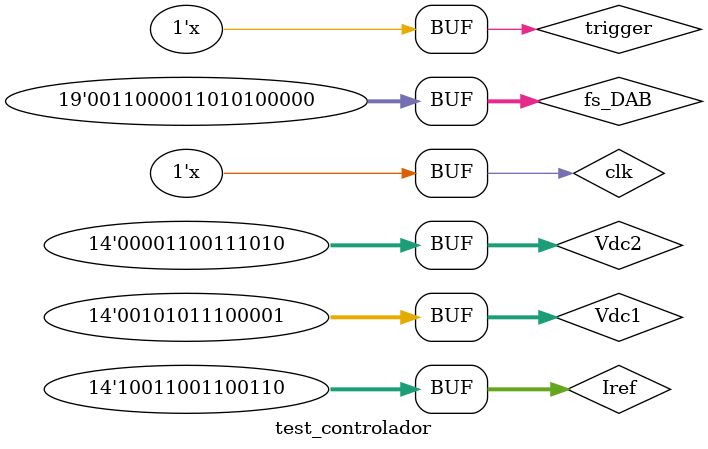
<source format=v>
`timescale 1ns / 1ps


module test_controlador();
	// Inputs
	reg clk;
	reg trigger;
	reg	[13:0] Vdc1;
	reg [13:0] Vdc2;
	reg [13:0] Iref;
	reg [18:0] fs_DAB;

	// Outputs
	wire [8:0] tau1;
	wire [8:0] tau2;
	wire [8:0] phi;
	wire [1:0] modo;
	// UUT
		controlador inst_controlador
		(
			.clk    (clk),
			.trigger (trigger),
			.Vdc1   (Vdc1),
			.Vdc2   (Vdc2),
			.Iref   (Iref),
			.fs_DAB (fs_DAB),
			.tau1   (tau1),
			.tau2   (tau2),
			.phi    (phi),
			.modo   (modo)
		);



	always 
	begin
	#5 clk= ~clk;
	end



	always 
	begin
	#5000 trigger= ~trigger;
	end


	initial begin
		clk = 1'b0;
		trigger = 1'b0;
		Vdc1 = 14'd2785; //340 V
		Vdc2 = 14'd826; // 100.8 V
		Iref = 14'd1638;  //equivale a 10 A
		fs_DAB = 19'd100000;
		#20000;
		Iref = -14'd1638;
		#20000;
		Iref = -14'd6554;
		// La prueba
	end

	

endmodule

</source>
